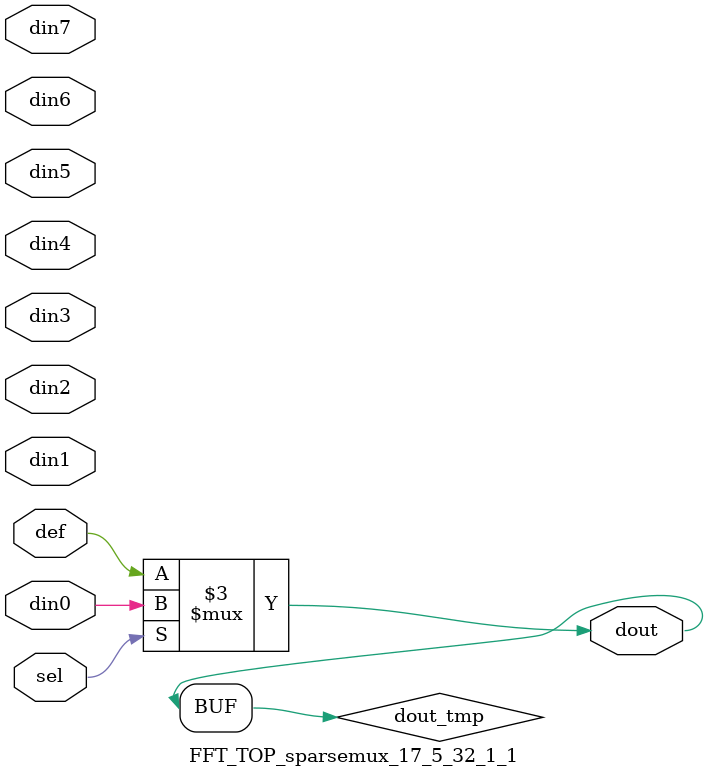
<source format=v>
`timescale 1ns / 1ps

module FFT_TOP_sparsemux_17_5_32_1_1 (din0,din1,din2,din3,din4,din5,din6,din7,def,sel,dout);

parameter din0_WIDTH = 1;

parameter din1_WIDTH = 1;

parameter din2_WIDTH = 1;

parameter din3_WIDTH = 1;

parameter din4_WIDTH = 1;

parameter din5_WIDTH = 1;

parameter din6_WIDTH = 1;

parameter din7_WIDTH = 1;

parameter def_WIDTH = 1;
parameter sel_WIDTH = 1;
parameter dout_WIDTH = 1;

parameter [sel_WIDTH-1:0] CASE0 = 1;

parameter [sel_WIDTH-1:0] CASE1 = 1;

parameter [sel_WIDTH-1:0] CASE2 = 1;

parameter [sel_WIDTH-1:0] CASE3 = 1;

parameter [sel_WIDTH-1:0] CASE4 = 1;

parameter [sel_WIDTH-1:0] CASE5 = 1;

parameter [sel_WIDTH-1:0] CASE6 = 1;

parameter [sel_WIDTH-1:0] CASE7 = 1;

parameter ID = 1;
parameter NUM_STAGE = 1;



input [din0_WIDTH-1:0] din0;

input [din1_WIDTH-1:0] din1;

input [din2_WIDTH-1:0] din2;

input [din3_WIDTH-1:0] din3;

input [din4_WIDTH-1:0] din4;

input [din5_WIDTH-1:0] din5;

input [din6_WIDTH-1:0] din6;

input [din7_WIDTH-1:0] din7;

input [def_WIDTH-1:0] def;
input [sel_WIDTH-1:0] sel;

output [dout_WIDTH-1:0] dout;



reg [dout_WIDTH-1:0] dout_tmp;


always @ (*) begin
(* parallel_case *) case (sel)
    
    CASE0 : dout_tmp = din0;
    
    CASE1 : dout_tmp = din1;
    
    CASE2 : dout_tmp = din2;
    
    CASE3 : dout_tmp = din3;
    
    CASE4 : dout_tmp = din4;
    
    CASE5 : dout_tmp = din5;
    
    CASE6 : dout_tmp = din6;
    
    CASE7 : dout_tmp = din7;
    
    default : dout_tmp = def;
endcase
end


assign dout = dout_tmp;



endmodule

</source>
